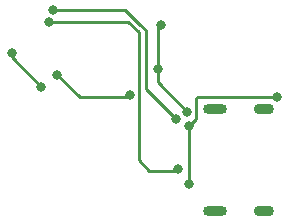
<source format=gbr>
%TF.GenerationSoftware,KiCad,Pcbnew,(6.0.7)*%
%TF.CreationDate,2025-06-10T03:21:35+09:00*%
%TF.ProjectId,AvatarSense,41766174-6172-4536-956e-73652e6b6963,rev?*%
%TF.SameCoordinates,Original*%
%TF.FileFunction,Copper,L2,Bot*%
%TF.FilePolarity,Positive*%
%FSLAX46Y46*%
G04 Gerber Fmt 4.6, Leading zero omitted, Abs format (unit mm)*
G04 Created by KiCad (PCBNEW (6.0.7)) date 2025-06-10 03:21:35*
%MOMM*%
%LPD*%
G01*
G04 APERTURE LIST*
%TA.AperFunction,ComponentPad*%
%ADD10O,2.000000X0.900000*%
%TD*%
%TA.AperFunction,ComponentPad*%
%ADD11O,1.700000X0.900000*%
%TD*%
%TA.AperFunction,ViaPad*%
%ADD12C,0.800000*%
%TD*%
%TA.AperFunction,Conductor*%
%ADD13C,0.250000*%
%TD*%
G04 APERTURE END LIST*
D10*
%TO.P,J3,S1,SHIELD*%
%TO.N,GND*%
X133695000Y-120180000D03*
D11*
X137865000Y-128820000D03*
X137865000Y-120180000D03*
D10*
X133695000Y-128820000D03*
%TD*%
D12*
%TO.N,+3V3*%
X116500000Y-115375000D03*
X119000000Y-118250000D03*
%TO.N,SCL*%
X120000000Y-111750000D03*
X130382299Y-121007299D03*
%TO.N,SDA*%
X119625000Y-112750000D03*
X130625000Y-125250000D03*
%TO.N,GND*%
X129125000Y-113000000D03*
X128875000Y-116750000D03*
X120375000Y-117250000D03*
X131375000Y-120375000D03*
X126500000Y-119000000D03*
%TO.N,Net-(U3-Pad3)*%
X139000000Y-119125000D03*
X131500000Y-126500000D03*
X131500000Y-121625000D03*
%TD*%
D13*
%TO.N,+3V3*%
X119000000Y-118250000D02*
X116500000Y-115750000D01*
X116500000Y-115750000D02*
X116500000Y-115375000D01*
%TO.N,SCL*%
X127875000Y-118500000D02*
X127875000Y-113875000D01*
X126125000Y-111750000D02*
X120000000Y-111750000D01*
X127875000Y-113875000D02*
X127875000Y-113500000D01*
X127375000Y-113000000D02*
X126125000Y-111750000D01*
X130382299Y-121007299D02*
X127875000Y-118500000D01*
X127875000Y-113500000D02*
X127375000Y-113000000D01*
%TO.N,SDA*%
X130500000Y-125375000D02*
X130625000Y-125250000D01*
X126375000Y-112750000D02*
X127250000Y-113625000D01*
X128125000Y-125375000D02*
X130500000Y-125375000D01*
X127250000Y-114125000D02*
X127250000Y-124500000D01*
X119625000Y-112750000D02*
X126375000Y-112750000D01*
X127250000Y-124500000D02*
X128125000Y-125375000D01*
X127250000Y-113625000D02*
X127250000Y-114125000D01*
%TO.N,GND*%
X126375000Y-119125000D02*
X126500000Y-119000000D01*
X129125000Y-113000000D02*
X128875000Y-113250000D01*
X122250000Y-119125000D02*
X123250000Y-119125000D01*
X123250000Y-119125000D02*
X126375000Y-119125000D01*
X131375000Y-120375000D02*
X128875000Y-117875000D01*
X128875000Y-117875000D02*
X128875000Y-116750000D01*
X120375000Y-117250000D02*
X122250000Y-119125000D01*
X128875000Y-113250000D02*
X128875000Y-116750000D01*
%TO.N,Net-(U3-Pad3)*%
X132125000Y-119250000D02*
X132125000Y-120750000D01*
X132125000Y-121000000D02*
X131500000Y-121625000D01*
X139000000Y-119125000D02*
X132250000Y-119125000D01*
X132250000Y-119125000D02*
X132125000Y-119250000D01*
X131500000Y-126500000D02*
X131500000Y-121625000D01*
X132125000Y-120750000D02*
X132125000Y-121000000D01*
%TD*%
M02*

</source>
